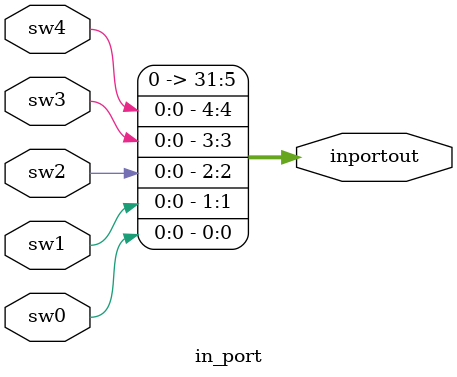
<source format=v>
module in_port(sw0,sw1,sw2,sw3,sw4, inportout);
	input sw0,sw1,sw2,sw3,sw4;
	
	output[31:0] inportout;
	
	assign inportout = {27'b0, sw4,sw3,sw2,sw1,sw0};

endmodule

</source>
